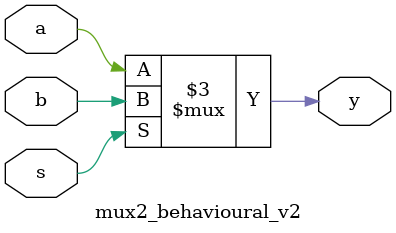
<source format=sv>
module mux2_behavioural_v2 (output logic y, input logic a, b, s);
always_comb
	if (s) begin
	   y = b;	//Single line does not need begin
	end
	else begin
	   y = a;
        end

endmodule
</source>
